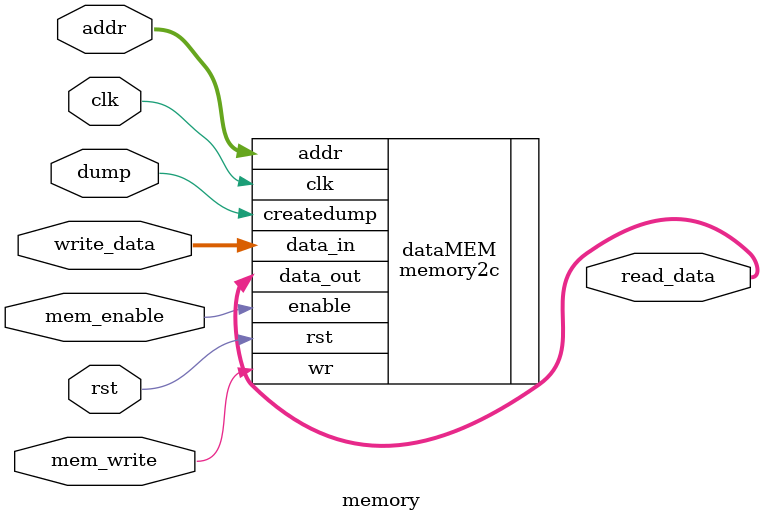
<source format=v>
/*
   CS/ECE 552 Spring '22
  
   Filename        : memory.v
   Description     : This module contains all components in the Memory stage of the 
                     processor.
*/
`default_nettype none
module memory (
   //Basic Inputs
   input wire           clk,
   input wire           rst,

   //Data Inputs
   input wire [15:0]    write_data,
   input wire [15:0]    addr,

   //Control Inputs
   input wire           mem_enable,
   input wire           mem_write,
   input wire           dump,


   //Data Outputs
   output wire [15:0]   read_data
);


   /*********************************************************
   **                     Data Memory                      **
   *********************************************************/ 
   memory2c dataMEM (
      //Basic Inputs
      .clk(clk), 
      .rst(rst),

      //Data Inputs
      .data_in(write_data), 
      .addr(addr), 

      //Control Inputs
      .enable(mem_enable), 
      .createdump(dump),
      .wr(mem_write), 

      //Data outputs
      .data_out(read_data)
);
   
endmodule
`default_nettype wire

</source>
